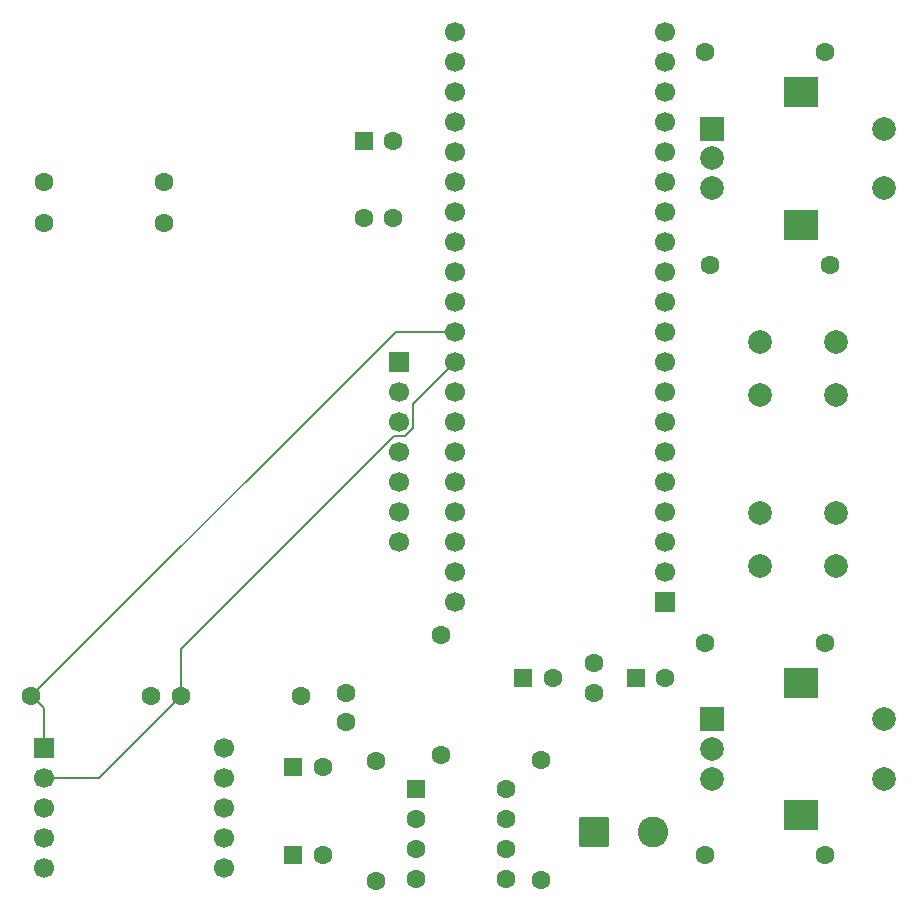
<source format=gbr>
%TF.GenerationSoftware,KiCad,Pcbnew,9.0.2*%
%TF.CreationDate,2025-07-11T11:45:56-07:00*%
%TF.ProjectId,Radio,52616469-6f2e-46b6-9963-61645f706362,1*%
%TF.SameCoordinates,Original*%
%TF.FileFunction,Copper,L3,Inr*%
%TF.FilePolarity,Positive*%
%FSLAX46Y46*%
G04 Gerber Fmt 4.6, Leading zero omitted, Abs format (unit mm)*
G04 Created by KiCad (PCBNEW 9.0.2) date 2025-07-11 11:45:56*
%MOMM*%
%LPD*%
G01*
G04 APERTURE LIST*
G04 Aperture macros list*
%AMRoundRect*
0 Rectangle with rounded corners*
0 $1 Rounding radius*
0 $2 $3 $4 $5 $6 $7 $8 $9 X,Y pos of 4 corners*
0 Add a 4 corners polygon primitive as box body*
4,1,4,$2,$3,$4,$5,$6,$7,$8,$9,$2,$3,0*
0 Add four circle primitives for the rounded corners*
1,1,$1+$1,$2,$3*
1,1,$1+$1,$4,$5*
1,1,$1+$1,$6,$7*
1,1,$1+$1,$8,$9*
0 Add four rect primitives between the rounded corners*
20,1,$1+$1,$2,$3,$4,$5,0*
20,1,$1+$1,$4,$5,$6,$7,0*
20,1,$1+$1,$6,$7,$8,$9,0*
20,1,$1+$1,$8,$9,$2,$3,0*%
G04 Aperture macros list end*
%TA.AperFunction,ComponentPad*%
%ADD10RoundRect,0.250000X-0.550000X-0.550000X0.550000X-0.550000X0.550000X0.550000X-0.550000X0.550000X0*%
%TD*%
%TA.AperFunction,ComponentPad*%
%ADD11C,1.600000*%
%TD*%
%TA.AperFunction,ComponentPad*%
%ADD12RoundRect,0.250000X-1.050000X-1.050000X1.050000X-1.050000X1.050000X1.050000X-1.050000X1.050000X0*%
%TD*%
%TA.AperFunction,ComponentPad*%
%ADD13C,2.600000*%
%TD*%
%TA.AperFunction,ComponentPad*%
%ADD14C,2.000000*%
%TD*%
%TA.AperFunction,ComponentPad*%
%ADD15R,1.700000X1.700000*%
%TD*%
%TA.AperFunction,ComponentPad*%
%ADD16C,1.700000*%
%TD*%
%TA.AperFunction,ComponentPad*%
%ADD17R,2.000000X2.000000*%
%TD*%
%TA.AperFunction,ComponentPad*%
%ADD18R,3.000000X2.500000*%
%TD*%
%TA.AperFunction,Conductor*%
%ADD19C,0.200000*%
%TD*%
G04 APERTURE END LIST*
D10*
%TO.N,Net-(C2-Pad1)*%
%TO.C,C2*%
X172500000Y-111500000D03*
D11*
%TO.N,Net-(C2-Pad2)*%
X175000000Y-111500000D03*
%TD*%
D12*
%TO.N,Net-(C2-Pad2)*%
%TO.C,LS1*%
X169000000Y-124500000D03*
D13*
%TO.N,Net-(DISP1-VSS{slash}GND)*%
X174000000Y-124500000D03*
%TD*%
D11*
%TO.N,Net-(A1-3V3)*%
%TO.C,Rpullup1*%
X131500000Y-113000000D03*
%TO.N,Net-(A1-GPIO26_ADC0)*%
X121340000Y-113000000D03*
%TD*%
%TO.N,Net-(C4-Pad1)*%
%TO.C,R4*%
X122420000Y-69500000D03*
%TO.N,Net-(U2-LOUT)*%
X132580000Y-69500000D03*
%TD*%
D10*
%TO.N,Net-(C4-Pad1)*%
%TO.C,C4*%
X143500000Y-119000000D03*
D11*
%TO.N,Net-(U1-+)*%
X146000000Y-119000000D03*
%TD*%
%TO.N,Net-(R2-Pad1)*%
%TO.C,R2*%
X164500000Y-128580000D03*
%TO.N,Net-(R2-Pad2)*%
X164500000Y-118420000D03*
%TD*%
D14*
%TO.N,Net-(A1-GPIO3)*%
%TO.C,SW3*%
X183000000Y-97500000D03*
X189500000Y-97500000D03*
%TO.N,Net-(A1-3V3)*%
X183000000Y-102000000D03*
X189500000Y-102000000D03*
%TD*%
D11*
%TO.N,Net-(U2-ROUT)*%
%TO.C,R5*%
X122420000Y-73000000D03*
%TO.N,Net-(C4-Pad1)*%
X132580000Y-73000000D03*
%TD*%
%TO.N,Net-(R6-Pad1)*%
%TO.C,R6*%
X188580000Y-108500000D03*
%TO.N,Net-(A1-GPIO1)*%
X178420000Y-108500000D03*
%TD*%
%TO.N,Net-(DISP1-VSS{slash}GND)*%
%TO.C,R1*%
X156000000Y-118000000D03*
%TO.N,Net-(C3-Pad1)*%
X156000000Y-107840000D03*
%TD*%
%TO.N,Net-(DISP1-VSS{slash}GND)*%
%TO.C,C7*%
X149500000Y-72500000D03*
%TO.N,Net-(A1-3V3)*%
X152000000Y-72500000D03*
%TD*%
D15*
%TO.N,Net-(A1-GPIO26_ADC0)*%
%TO.C,U2*%
X122380000Y-117420000D03*
D16*
%TO.N,Net-(A1-GPIO27_ADC1)*%
X122380000Y-119960000D03*
%TO.N,unconnected-(U2-N{slash}C-Pad3)*%
X122380000Y-122500000D03*
%TO.N,unconnected-(U2-N{slash}C-Pad4)*%
X122380000Y-125040000D03*
%TO.N,Net-(A1-3V3)*%
X122380000Y-127580000D03*
%TO.N,Net-(DISP1-VSS{slash}GND)*%
X137620000Y-127580000D03*
%TO.N,Net-(U2-ROUT)*%
X137620000Y-125040000D03*
%TO.N,Net-(U2-LOUT)*%
X137620000Y-122500000D03*
%TO.N,unconnected-(U2-N{slash}C-Pad9)*%
X137620000Y-119960000D03*
%TO.N,Net-(AE1-A)*%
X137620000Y-117420000D03*
%TD*%
D11*
%TO.N,Net-(A1-3V3)*%
%TO.C,Rpullup2*%
X144160000Y-113000000D03*
%TO.N,Net-(A1-GPIO27_ADC1)*%
X134000000Y-113000000D03*
%TD*%
D10*
%TO.N,Net-(R2-Pad1)*%
%TO.C,U1*%
X153880000Y-120880000D03*
D11*
%TO.N,Net-(DISP1-VSS{slash}GND)*%
X153880000Y-123420000D03*
%TO.N,Net-(U1-+)*%
X153880000Y-125960000D03*
%TO.N,Net-(DISP1-VSS{slash}GND)*%
X153880000Y-128500000D03*
%TO.N,Net-(C2-Pad1)*%
X161500000Y-128500000D03*
%TO.N,Net-(A1-VBUS)*%
X161500000Y-125960000D03*
%TO.N,Net-(U1-BYPASS)*%
X161500000Y-123420000D03*
%TO.N,Net-(R2-Pad2)*%
X161500000Y-120880000D03*
%TD*%
%TO.N,Net-(DISP1-VSS{slash}GND)*%
%TO.C,C5*%
X148000000Y-115250000D03*
%TO.N,Net-(A1-VBUS)*%
X148000000Y-112750000D03*
%TD*%
D17*
%TO.N,Net-(R8-Pad1)*%
%TO.C,SW2*%
X179000000Y-65000000D03*
D14*
%TO.N,Net-(R9-Pad1)*%
X179000000Y-70000000D03*
%TO.N,Net-(DISP1-VSS{slash}GND)*%
X179000000Y-67500000D03*
D18*
%TO.N,unconnected-(SW2-PadMP)_1*%
X186500000Y-61900000D03*
%TO.N,unconnected-(SW2-PadMP)*%
X186500000Y-73100000D03*
D14*
%TO.N,Net-(A1-3V3)*%
X193500000Y-65000000D03*
%TO.N,Net-(A1-GPIO13)*%
X193500000Y-70000000D03*
%TD*%
D15*
%TO.N,Net-(DISP1-VSS{slash}GND)*%
%TO.C,DISP1*%
X152500000Y-84760000D03*
D16*
%TO.N,Net-(A1-3V3)*%
X152500000Y-87300000D03*
%TO.N,Net-(A1-GPIO16)*%
X152500000Y-89840000D03*
%TO.N,Net-(A1-GPIO19)*%
X152500000Y-92380000D03*
%TO.N,Net-(A1-GPIO20)*%
X152500000Y-94920000D03*
%TO.N,Net-(A1-GPIO21)*%
X152500000Y-97460000D03*
%TO.N,Net-(A1-GPIO17)*%
X152500000Y-100000000D03*
%TD*%
D10*
%TO.N,Net-(DISP1-VSS{slash}GND)*%
%TO.C,C6*%
X143500000Y-126500000D03*
D11*
%TO.N,Net-(A1-VBUS)*%
X146000000Y-126500000D03*
%TD*%
%TO.N,Net-(R9-Pad1)*%
%TO.C,R9*%
X189000000Y-76500000D03*
%TO.N,Net-(A1-GPIO15)*%
X178840000Y-76500000D03*
%TD*%
D15*
%TO.N,Net-(A1-GPIO0)*%
%TO.C,A1*%
X175000000Y-105020000D03*
D16*
%TO.N,Net-(A1-GPIO1)*%
X175000000Y-102480000D03*
%TO.N,Net-(DISP1-VSS{slash}GND)*%
X175000000Y-99940000D03*
%TO.N,Net-(A1-GPIO2)*%
X175000000Y-97400000D03*
%TO.N,Net-(A1-GPIO3)*%
X175000000Y-94860000D03*
%TO.N,unconnected-(A1-GPIO4-Pad6)*%
X175000000Y-92320000D03*
%TO.N,unconnected-(A1-GPIO5-Pad7)*%
X175000000Y-89780000D03*
%TO.N,Net-(DISP1-VSS{slash}GND)*%
X175000000Y-87240000D03*
%TO.N,unconnected-(A1-GPIO6-Pad9)*%
X175000000Y-84700000D03*
%TO.N,Net-(A1-GPIO7)*%
X175000000Y-82160000D03*
%TO.N,unconnected-(A1-GPIO8-Pad11)*%
X175000000Y-79620000D03*
%TO.N,unconnected-(A1-GPIO9-Pad12)*%
X175000000Y-77080000D03*
%TO.N,Net-(DISP1-VSS{slash}GND)*%
X175000000Y-74540000D03*
%TO.N,unconnected-(A1-GPIO10-Pad14)*%
X175000000Y-72000000D03*
%TO.N,unconnected-(A1-GPIO11-Pad15)*%
X175000000Y-69460000D03*
%TO.N,unconnected-(A1-GPIO12-Pad16)*%
X175000000Y-66920000D03*
%TO.N,Net-(A1-GPIO13)*%
X175000000Y-64380000D03*
%TO.N,Net-(DISP1-VSS{slash}GND)*%
X175000000Y-61840000D03*
%TO.N,Net-(A1-GPIO14)*%
X175000000Y-59300000D03*
%TO.N,Net-(A1-GPIO15)*%
X175000000Y-56760000D03*
%TO.N,Net-(A1-GPIO16)*%
X157220000Y-56760000D03*
%TO.N,Net-(A1-GPIO17)*%
X157220000Y-59300000D03*
%TO.N,Net-(DISP1-VSS{slash}GND)*%
X157220000Y-61840000D03*
%TO.N,unconnected-(A1-GPIO18-Pad24)*%
X157220000Y-64380000D03*
%TO.N,Net-(A1-GPIO19)*%
X157220000Y-66920000D03*
%TO.N,Net-(A1-GPIO20)*%
X157220000Y-69460000D03*
%TO.N,Net-(A1-GPIO21)*%
X157220000Y-72000000D03*
%TO.N,Net-(DISP1-VSS{slash}GND)*%
X157220000Y-74540000D03*
%TO.N,unconnected-(A1-GPIO22-Pad29)*%
X157220000Y-77080000D03*
%TO.N,unconnected-(A1-RUN-Pad30)*%
X157220000Y-79620000D03*
%TO.N,Net-(A1-GPIO26_ADC0)*%
X157220000Y-82160000D03*
%TO.N,Net-(A1-GPIO27_ADC1)*%
X157220000Y-84700000D03*
%TO.N,unconnected-(A1-AGND-Pad33)*%
X157220000Y-87240000D03*
%TO.N,unconnected-(A1-GPIO28_ADC2-Pad34)*%
X157220000Y-89780000D03*
%TO.N,unconnected-(A1-ADC_VREF-Pad35)*%
X157220000Y-92320000D03*
%TO.N,Net-(A1-3V3)*%
X157220000Y-94860000D03*
%TO.N,unconnected-(A1-3V3_EN-Pad37)*%
X157220000Y-97400000D03*
%TO.N,Net-(DISP1-VSS{slash}GND)*%
X157220000Y-99940000D03*
%TO.N,unconnected-(A1-VSYS-Pad39)*%
X157220000Y-102480000D03*
%TO.N,Net-(A1-VBUS)*%
X157220000Y-105020000D03*
%TD*%
D10*
%TO.N,Net-(DISP1-VSS{slash}GND)*%
%TO.C,C1*%
X163000000Y-111500000D03*
D11*
%TO.N,Net-(U1-BYPASS)*%
X165500000Y-111500000D03*
%TD*%
%TO.N,Net-(DISP1-VSS{slash}GND)*%
%TO.C,R3*%
X150500000Y-128660000D03*
%TO.N,Net-(C4-Pad1)*%
X150500000Y-118500000D03*
%TD*%
D14*
%TO.N,Net-(A1-GPIO7)*%
%TO.C,SW4*%
X183000000Y-83000000D03*
X189500000Y-83000000D03*
%TO.N,Net-(A1-3V3)*%
X183000000Y-87500000D03*
X189500000Y-87500000D03*
%TD*%
D11*
%TO.N,Net-(R7-Pad1)*%
%TO.C,R7*%
X188500000Y-126500000D03*
%TO.N,Net-(A1-GPIO2)*%
X178340000Y-126500000D03*
%TD*%
D17*
%TO.N,Net-(R6-Pad1)*%
%TO.C,SW1*%
X179000000Y-115000000D03*
D14*
%TO.N,Net-(R7-Pad1)*%
X179000000Y-120000000D03*
%TO.N,Net-(DISP1-VSS{slash}GND)*%
X179000000Y-117500000D03*
D18*
%TO.N,unconnected-(SW1-PadMP)_1*%
X186500000Y-111900000D03*
%TO.N,unconnected-(SW1-PadMP)*%
X186500000Y-123100000D03*
D14*
%TO.N,Net-(A1-3V3)*%
X193500000Y-115000000D03*
%TO.N,Net-(A1-GPIO0)*%
X193500000Y-120000000D03*
%TD*%
D11*
%TO.N,Net-(R8-Pad1)*%
%TO.C,R8*%
X188580000Y-58500000D03*
%TO.N,Net-(A1-GPIO14)*%
X178420000Y-58500000D03*
%TD*%
D10*
%TO.N,Net-(DISP1-VSS{slash}GND)*%
%TO.C,C8*%
X149500000Y-66000000D03*
D11*
%TO.N,Net-(A1-3V3)*%
X152000000Y-66000000D03*
%TD*%
%TO.N,Net-(C3-Pad1)*%
%TO.C,C3*%
X169000000Y-112750000D03*
%TO.N,Net-(C2-Pad1)*%
X169000000Y-110250000D03*
%TD*%
D19*
%TO.N,Net-(A1-GPIO26_ADC0)*%
X122380000Y-114040000D02*
X121340000Y-113000000D01*
X122380000Y-117420000D02*
X122380000Y-114040000D01*
X152180000Y-82160000D02*
X121340000Y-113000000D01*
X157220000Y-82160000D02*
X152180000Y-82160000D01*
%TO.N,Net-(A1-GPIO27_ADC1)*%
X152976760Y-90991000D02*
X153651000Y-90316760D01*
X134000000Y-113000000D02*
X134000000Y-109014240D01*
X152023240Y-90991000D02*
X152976760Y-90991000D01*
X153651000Y-90316760D02*
X153651000Y-88269000D01*
X127040000Y-119960000D02*
X134000000Y-113000000D01*
X153651000Y-88269000D02*
X157220000Y-84700000D01*
X134000000Y-109014240D02*
X152023240Y-90991000D01*
X122380000Y-119960000D02*
X127040000Y-119960000D01*
%TO.N,Net-(C4-Pad1)*%
X143071000Y-118571000D02*
X143500000Y-119000000D01*
%TO.N,Net-(R2-Pad2)*%
X162040000Y-120880000D02*
X161500000Y-120880000D01*
%TD*%
M02*

</source>
